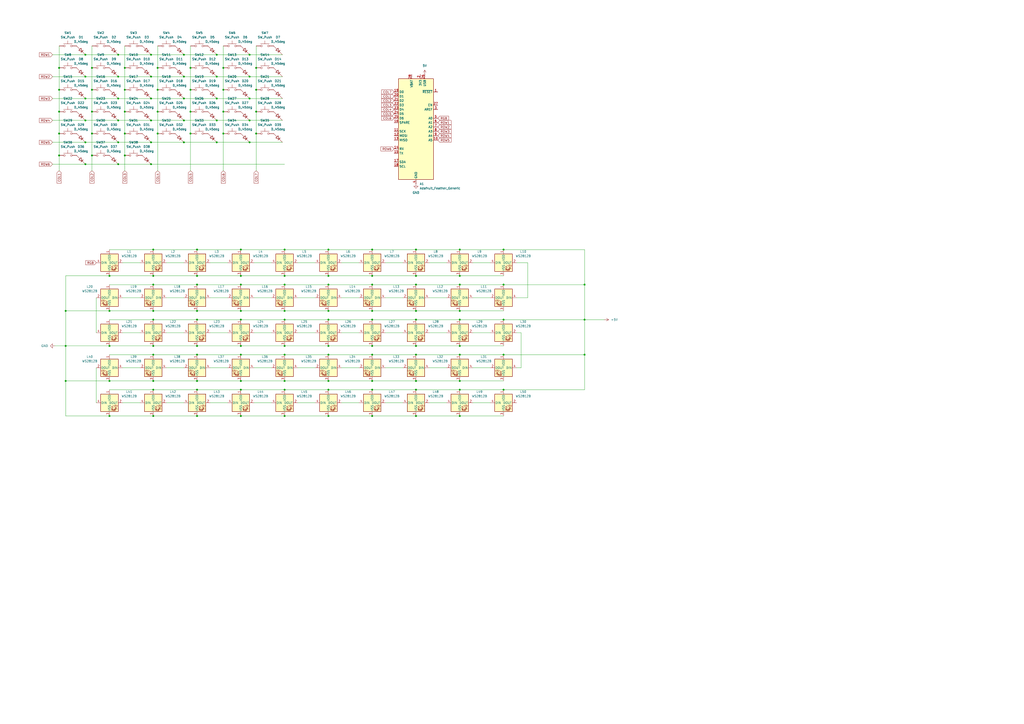
<source format=kicad_sch>
(kicad_sch (version 20250114) (generator "eeschema") (generator_version "9.0")
  (paper "A2")
  (junction (at 49.53 31.75))
  (junction (at 34.29 90.17))
  (junction (at 339.09 185.42))
  (junction (at 72.39 77.47))
  (junction (at 190.5 144.78))
  (junction (at 91.44 39.37))
  (junction (at 165.1 241.3))
  (junction (at 88.9 241.3))
  (junction (at 215.9 220.98))
  (junction (at 106.68 82.55))
  (junction (at 139.7 144.78))
  (junction (at 148.59 64.77))
  (junction (at 49.53 69.85))
  (junction (at 38.1 200.66))
  (junction (at 266.7 144.78))
  (junction (at 241.3 144.78))
  (junction (at 88.9 220.98))
  (junction (at 63.5 241.3))
  (junction (at 88.9 160.02))
  (junction (at 49.53 95.25))
  (junction (at 215.9 160.02))
  (junction (at 215.9 180.34))
  (junction (at 68.58 31.75))
  (junction (at 110.49 52.07))
  (junction (at 144.78 31.75))
  (junction (at 106.68 44.45))
  (junction (at 165.1 165.1))
  (junction (at 129.54 64.77))
  (junction (at 114.3 160.02))
  (junction (at 148.59 77.47))
  (junction (at 114.3 205.74))
  (junction (at 106.68 69.85))
  (junction (at 63.5 220.98))
  (junction (at 241.3 160.02))
  (junction (at 292.1 205.74))
  (junction (at 38.1 220.98))
  (junction (at 190.5 205.74))
  (junction (at 125.73 69.85))
  (junction (at 34.29 52.07))
  (junction (at 241.3 165.1))
  (junction (at 144.78 82.55))
  (junction (at 68.58 44.45))
  (junction (at 129.54 39.37))
  (junction (at 266.7 205.74))
  (junction (at 190.5 185.42))
  (junction (at 125.73 31.75))
  (junction (at 34.29 39.37))
  (junction (at 165.1 185.42))
  (junction (at 63.5 160.02))
  (junction (at 215.9 241.3))
  (junction (at 165.1 144.78))
  (junction (at 139.7 220.98))
  (junction (at 72.39 52.07))
  (junction (at 68.58 69.85))
  (junction (at 165.1 160.02))
  (junction (at 110.49 77.47))
  (junction (at 215.9 165.1))
  (junction (at 88.9 226.06))
  (junction (at 144.78 69.85))
  (junction (at 241.3 220.98))
  (junction (at 114.3 241.3))
  (junction (at 49.53 57.15))
  (junction (at 53.34 77.47))
  (junction (at 241.3 185.42))
  (junction (at 53.34 90.17))
  (junction (at 72.39 39.37))
  (junction (at 91.44 52.07))
  (junction (at 125.73 82.55))
  (junction (at 215.9 200.66))
  (junction (at 292.1 185.42))
  (junction (at 165.1 226.06))
  (junction (at 190.5 165.1))
  (junction (at 139.7 226.06))
  (junction (at 339.09 205.74))
  (junction (at 139.7 200.66))
  (junction (at 339.09 165.1))
  (junction (at 87.63 44.45))
  (junction (at 34.29 77.47))
  (junction (at 110.49 39.37))
  (junction (at 266.7 220.98))
  (junction (at 63.5 200.66))
  (junction (at 114.3 144.78))
  (junction (at 114.3 200.66))
  (junction (at 190.5 220.98))
  (junction (at 114.3 165.1))
  (junction (at 266.7 200.66))
  (junction (at 87.63 82.55))
  (junction (at 266.7 180.34))
  (junction (at 68.58 82.55))
  (junction (at 148.59 52.07))
  (junction (at 165.1 205.74))
  (junction (at 241.3 200.66))
  (junction (at 88.9 200.66))
  (junction (at 190.5 200.66))
  (junction (at 87.63 57.15))
  (junction (at 266.7 185.42))
  (junction (at 88.9 144.78))
  (junction (at 292.1 144.78))
  (junction (at 165.1 180.34))
  (junction (at 88.9 185.42))
  (junction (at 88.9 180.34))
  (junction (at 139.7 185.42))
  (junction (at 292.1 226.06))
  (junction (at 53.34 52.07))
  (junction (at 139.7 205.74))
  (junction (at 139.7 165.1))
  (junction (at 165.1 200.66))
  (junction (at 241.3 205.74))
  (junction (at 88.9 205.74))
  (junction (at 190.5 180.34))
  (junction (at 241.3 226.06))
  (junction (at 266.7 160.02))
  (junction (at 49.53 44.45))
  (junction (at 87.63 31.75))
  (junction (at 125.73 44.45))
  (junction (at 87.63 95.25))
  (junction (at 88.9 165.1))
  (junction (at 144.78 57.15))
  (junction (at 292.1 165.1))
  (junction (at 38.1 180.34))
  (junction (at 266.7 226.06))
  (junction (at 68.58 95.25))
  (junction (at 139.7 241.3))
  (junction (at 106.68 57.15))
  (junction (at 144.78 44.45))
  (junction (at 215.9 185.42))
  (junction (at 266.7 165.1))
  (junction (at 53.34 64.77))
  (junction (at 139.7 180.34))
  (junction (at 125.73 57.15))
  (junction (at 114.3 226.06))
  (junction (at 190.5 241.3))
  (junction (at 49.53 82.55))
  (junction (at 68.58 57.15))
  (junction (at 266.7 241.3))
  (junction (at 190.5 160.02))
  (junction (at 215.9 205.74))
  (junction (at 165.1 220.98))
  (junction (at 53.34 39.37))
  (junction (at 87.63 69.85))
  (junction (at 91.44 77.47))
  (junction (at 91.44 64.77))
  (junction (at 241.3 241.3))
  (junction (at 215.9 144.78))
  (junction (at 215.9 226.06))
  (junction (at 148.59 39.37))
  (junction (at 34.29 64.77))
  (junction (at 114.3 220.98))
  (junction (at 129.54 77.47))
  (junction (at 72.39 64.77))
  (junction (at 106.68 31.75))
  (junction (at 114.3 180.34))
  (junction (at 139.7 160.02))
  (junction (at 114.3 185.42))
  (junction (at 241.3 180.34))
  (junction (at 129.54 52.07))
  (junction (at 110.49 64.77))
  (junction (at 190.5 226.06))
  (junction (at 63.5 180.34))
  (junction (at 72.39 90.17))
  (wire (pts (xy 292.1 200.66) (xy 266.7 200.66)))
  (wire (pts (xy 88.9 205.74) (xy 114.3 205.74)))
  (wire (pts (xy 53.34 39.37) (xy 53.34 52.07)))
  (wire (pts (xy 241.3 241.3) (xy 266.7 241.3)))
  (wire (pts (xy 110.49 77.47) (xy 110.49 99.06)))
  (wire (pts (xy 72.39 52.07) (xy 72.39 64.77)))
  (wire (pts (xy 106.68 44.45) (xy 125.73 44.45)))
  (wire (pts (xy 49.53 95.25) (xy 68.58 95.25)))
  (wire (pts (xy 34.29 90.17) (xy 34.29 99.06)))
  (wire (pts (xy 215.9 185.42) (xy 241.3 185.42)))
  (wire (pts (xy 215.9 241.3) (xy 241.3 241.3)))
  (wire (pts (xy 71.12 193.04) (xy 81.28 193.04)))
  (wire (pts (xy 147.32 172.72) (xy 157.48 172.72)))
  (wire (pts (xy 53.34 26.67) (xy 53.34 39.37)))
  (wire (pts (xy 87.63 57.15) (xy 106.68 57.15)))
  (wire (pts (xy 88.9 241.3) (xy 114.3 241.3)))
  (wire (pts (xy 165.1 226.06) (xy 190.5 226.06)))
  (wire (pts (xy 292.1 205.74) (xy 339.09 205.74)))
  (wire (pts (xy 55.88 213.36) (xy 55.88 233.68)))
  (wire (pts (xy 266.7 226.06) (xy 292.1 226.06)))
  (wire (pts (xy 190.5 185.42) (xy 215.9 185.42)))
  (wire (pts (xy 248.92 193.04) (xy 259.08 193.04)))
  (wire (pts (xy 292.1 165.1) (xy 339.09 165.1)))
  (wire (pts (xy 223.52 233.68) (xy 233.68 233.68)))
  (wire (pts (xy 30.48 95.25) (xy 49.53 95.25)))
  (wire (pts (xy 241.3 185.42) (xy 266.7 185.42)))
  (wire (pts (xy 110.49 64.77) (xy 110.49 77.47)))
  (wire (pts (xy 172.72 152.4) (xy 182.88 152.4)))
  (wire (pts (xy 241.3 220.98) (xy 215.9 220.98)))
  (wire (pts (xy 139.7 226.06) (xy 165.1 226.06)))
  (wire (pts (xy 148.59 52.07) (xy 148.59 64.77)))
  (wire (pts (xy 147.32 193.04) (xy 157.48 193.04)))
  (wire (pts (xy 114.3 180.34) (xy 139.7 180.34)))
  (wire (pts (xy 148.59 64.77) (xy 148.59 77.47)))
  (wire (pts (xy 274.32 233.68) (xy 284.48 233.68)))
  (wire (pts (xy 68.58 57.15) (xy 87.63 57.15)))
  (wire (pts (xy 198.12 233.68) (xy 208.28 233.68)))
  (wire (pts (xy 106.68 69.85) (xy 125.73 69.85)))
  (wire (pts (xy 63.5 185.42) (xy 88.9 185.42)))
  (wire (pts (xy 241.3 144.78) (xy 266.7 144.78)))
  (wire (pts (xy 34.29 64.77) (xy 34.29 77.47)))
  (wire (pts (xy 125.73 82.55) (xy 144.78 82.55)))
  (wire (pts (xy 266.7 241.3) (xy 292.1 241.3)))
  (wire (pts (xy 129.54 52.07) (xy 129.54 64.77)))
  (wire (pts (xy 114.3 185.42) (xy 139.7 185.42)))
  (wire (pts (xy 30.48 57.15) (xy 49.53 57.15)))
  (wire (pts (xy 215.9 220.98) (xy 190.5 220.98)))
  (wire (pts (xy 215.9 226.06) (xy 241.3 226.06)))
  (wire (pts (xy 110.49 39.37) (xy 110.49 52.07)))
  (wire (pts (xy 63.5 220.98) (xy 38.1 220.98)))
  (wire (pts (xy 53.34 52.07) (xy 53.34 64.77)))
  (wire (pts (xy 38.1 180.34) (xy 63.5 180.34)))
  (wire (pts (xy 139.7 185.42) (xy 165.1 185.42)))
  (wire (pts (xy 30.48 31.75) (xy 49.53 31.75)))
  (wire (pts (xy 129.54 64.77) (xy 129.54 77.47)))
  (wire (pts (xy 215.9 200.66) (xy 190.5 200.66)))
  (wire (pts (xy 274.32 193.04) (xy 284.48 193.04)))
  (wire (pts (xy 72.39 39.37) (xy 72.39 52.07)))
  (wire (pts (xy 306.07 152.4) (xy 306.07 172.72)))
  (wire (pts (xy 292.1 185.42) (xy 339.09 185.42)))
  (wire (pts (xy 49.53 57.15) (xy 68.58 57.15)))
  (wire (pts (xy 87.63 69.85) (xy 106.68 69.85)))
  (wire (pts (xy 38.1 180.34) (xy 38.1 200.66)))
  (wire (pts (xy 91.44 39.37) (xy 91.44 52.07)))
  (wire (pts (xy 139.7 144.78) (xy 165.1 144.78)))
  (wire (pts (xy 63.5 200.66) (xy 38.1 200.66)))
  (wire (pts (xy 144.78 82.55) (xy 163.83 82.55)))
  (wire (pts (xy 88.9 165.1) (xy 114.3 165.1)))
  (wire (pts (xy 241.3 165.1) (xy 266.7 165.1)))
  (wire (pts (xy 96.52 233.68) (xy 106.68 233.68)))
  (wire (pts (xy 121.92 152.4) (xy 132.08 152.4)))
  (wire (pts (xy 72.39 77.47) (xy 72.39 90.17)))
  (wire (pts (xy 144.78 31.75) (xy 163.83 31.75)))
  (wire (pts (xy 88.9 160.02) (xy 63.5 160.02)))
  (wire (pts (xy 266.7 165.1) (xy 292.1 165.1)))
  (wire (pts (xy 88.9 180.34) (xy 114.3 180.34)))
  (wire (pts (xy 165.1 241.3) (xy 190.5 241.3)))
  (wire (pts (xy 266.7 144.78) (xy 292.1 144.78)))
  (wire (pts (xy 165.1 165.1) (xy 190.5 165.1)))
  (wire (pts (xy 266.7 180.34) (xy 292.1 180.34)))
  (wire (pts (xy 198.12 172.72) (xy 208.28 172.72)))
  (wire (pts (xy 165.1 180.34) (xy 190.5 180.34)))
  (wire (pts (xy 53.34 77.47) (xy 53.34 90.17)))
  (wire (pts (xy 38.1 220.98) (xy 38.1 241.3)))
  (wire (pts (xy 172.72 233.68) (xy 182.88 233.68)))
  (wire (pts (xy 106.68 31.75) (xy 125.73 31.75)))
  (wire (pts (xy 148.59 26.67) (xy 148.59 39.37)))
  (wire (pts (xy 88.9 226.06) (xy 114.3 226.06)))
  (wire (pts (xy 198.12 213.36) (xy 208.28 213.36)))
  (wire (pts (xy 68.58 44.45) (xy 87.63 44.45)))
  (wire (pts (xy 139.7 241.3) (xy 165.1 241.3)))
  (wire (pts (xy 274.32 172.72) (xy 284.48 172.72)))
  (wire (pts (xy 299.72 193.04) (xy 302.26 193.04)))
  (wire (pts (xy 139.7 180.34) (xy 165.1 180.34)))
  (wire (pts (xy 91.44 77.47) (xy 91.44 99.06)))
  (wire (pts (xy 106.68 57.15) (xy 125.73 57.15)))
  (wire (pts (xy 292.1 144.78) (xy 339.09 144.78)))
  (wire (pts (xy 215.9 144.78) (xy 241.3 144.78)))
  (wire (pts (xy 114.3 226.06) (xy 139.7 226.06)))
  (wire (pts (xy 63.5 205.74) (xy 88.9 205.74)))
  (wire (pts (xy 49.53 31.75) (xy 68.58 31.75)))
  (wire (pts (xy 63.5 226.06) (xy 88.9 226.06)))
  (wire (pts (xy 114.3 205.74) (xy 139.7 205.74)))
  (wire (pts (xy 139.7 205.74) (xy 165.1 205.74)))
  (wire (pts (xy 125.73 69.85) (xy 144.78 69.85)))
  (wire (pts (xy 71.12 233.68) (xy 81.28 233.68)))
  (wire (pts (xy 129.54 39.37) (xy 129.54 52.07)))
  (wire (pts (xy 190.5 220.98) (xy 165.1 220.98)))
  (wire (pts (xy 53.34 90.17) (xy 53.34 99.06)))
  (wire (pts (xy 266.7 160.02) (xy 241.3 160.02)))
  (wire (pts (xy 165.1 144.78) (xy 190.5 144.78)))
  (wire (pts (xy 339.09 185.42) (xy 350.52 185.42)))
  (wire (pts (xy 266.7 220.98) (xy 241.3 220.98)))
  (wire (pts (xy 241.3 205.74) (xy 266.7 205.74)))
  (wire (pts (xy 114.3 144.78) (xy 139.7 144.78)))
  (wire (pts (xy 72.39 64.77) (xy 72.39 77.47)))
  (wire (pts (xy 91.44 52.07) (xy 91.44 64.77)))
  (wire (pts (xy 190.5 180.34) (xy 215.9 180.34)))
  (wire (pts (xy 68.58 31.75) (xy 87.63 31.75)))
  (wire (pts (xy 266.7 185.42) (xy 292.1 185.42)))
  (wire (pts (xy 215.9 180.34) (xy 241.3 180.34)))
  (wire (pts (xy 68.58 69.85) (xy 87.63 69.85)))
  (wire (pts (xy 38.1 241.3) (xy 63.5 241.3)))
  (wire (pts (xy 49.53 44.45) (xy 68.58 44.45)))
  (wire (pts (xy 165.1 200.66) (xy 139.7 200.66)))
  (wire (pts (xy 110.49 26.67) (xy 110.49 39.37)))
  (wire (pts (xy 292.1 226.06) (xy 339.09 226.06)))
  (wire (pts (xy 215.9 160.02) (xy 190.5 160.02)))
  (wire (pts (xy 63.5 144.78) (xy 88.9 144.78)))
  (wire (pts (xy 91.44 26.67) (xy 91.44 39.37)))
  (wire (pts (xy 106.68 82.55) (xy 125.73 82.55)))
  (wire (pts (xy 165.1 160.02) (xy 139.7 160.02)))
  (wire (pts (xy 63.5 160.02) (xy 38.1 160.02)))
  (wire (pts (xy 38.1 160.02) (xy 38.1 180.34)))
  (wire (pts (xy 190.5 144.78) (xy 215.9 144.78)))
  (wire (pts (xy 302.26 193.04) (xy 302.26 213.36)))
  (wire (pts (xy 139.7 160.02) (xy 114.3 160.02)))
  (wire (pts (xy 30.48 69.85) (xy 49.53 69.85)))
  (wire (pts (xy 88.9 185.42) (xy 114.3 185.42)))
  (wire (pts (xy 34.29 26.67) (xy 34.29 39.37)))
  (wire (pts (xy 87.63 82.55) (xy 106.68 82.55)))
  (wire (pts (xy 96.52 172.72) (xy 106.68 172.72)))
  (wire (pts (xy 114.3 165.1) (xy 139.7 165.1)))
  (wire (pts (xy 121.92 213.36) (xy 132.08 213.36)))
  (wire (pts (xy 223.52 152.4) (xy 233.68 152.4)))
  (wire (pts (xy 88.9 220.98) (xy 63.5 220.98)))
  (wire (pts (xy 248.92 172.72) (xy 259.08 172.72)))
  (wire (pts (xy 165.1 205.74) (xy 190.5 205.74)))
  (wire (pts (xy 198.12 193.04) (xy 208.28 193.04)))
  (wire (pts (xy 339.09 185.42) (xy 339.09 205.74)))
  (wire (pts (xy 34.29 77.47) (xy 34.29 90.17)))
  (wire (pts (xy 147.32 152.4) (xy 157.48 152.4)))
  (wire (pts (xy 148.59 39.37) (xy 148.59 52.07)))
  (wire (pts (xy 129.54 26.67) (xy 129.54 39.37)))
  (wire (pts (xy 30.48 82.55) (xy 49.53 82.55)))
  (wire (pts (xy 190.5 160.02) (xy 165.1 160.02)))
  (wire (pts (xy 274.32 213.36) (xy 284.48 213.36)))
  (wire (pts (xy 165.1 185.42) (xy 190.5 185.42)))
  (wire (pts (xy 248.92 213.36) (xy 259.08 213.36)))
  (wire (pts (xy 339.09 165.1) (xy 339.09 185.42)))
  (wire (pts (xy 121.92 233.68) (xy 132.08 233.68)))
  (wire (pts (xy 34.29 39.37) (xy 34.29 52.07)))
  (wire (pts (xy 190.5 241.3) (xy 215.9 241.3)))
  (wire (pts (xy 190.5 226.06) (xy 215.9 226.06)))
  (wire (pts (xy 241.3 160.02) (xy 215.9 160.02)))
  (wire (pts (xy 34.29 52.07) (xy 34.29 64.77)))
  (wire (pts (xy 68.58 95.25) (xy 87.63 95.25)))
  (wire (pts (xy 241.3 180.34) (xy 266.7 180.34)))
  (wire (pts (xy 91.44 64.77) (xy 91.44 77.47)))
  (wire (pts (xy 223.52 213.36) (xy 233.68 213.36)))
  (wire (pts (xy 299.72 172.72) (xy 306.07 172.72)))
  (wire (pts (xy 63.5 165.1) (xy 88.9 165.1)))
  (wire (pts (xy 88.9 200.66) (xy 63.5 200.66)))
  (wire (pts (xy 31.75 200.66) (xy 38.1 200.66)))
  (wire (pts (xy 63.5 241.3) (xy 88.9 241.3)))
  (wire (pts (xy 223.52 172.72) (xy 233.68 172.72)))
  (wire (pts (xy 125.73 57.15) (xy 144.78 57.15)))
  (wire (pts (xy 274.32 152.4) (xy 284.48 152.4)))
  (wire (pts (xy 215.9 165.1) (xy 241.3 165.1)))
  (wire (pts (xy 147.32 213.36) (xy 157.48 213.36)))
  (wire (pts (xy 49.53 69.85) (xy 68.58 69.85)))
  (wire (pts (xy 299.72 152.4) (xy 306.07 152.4)))
  (wire (pts (xy 96.52 213.36) (xy 106.68 213.36)))
  (wire (pts (xy 88.9 144.78) (xy 114.3 144.78)))
  (wire (pts (xy 114.3 200.66) (xy 88.9 200.66)))
  (wire (pts (xy 302.26 213.36) (xy 299.72 213.36)))
  (wire (pts (xy 125.73 31.75) (xy 144.78 31.75)))
  (wire (pts (xy 96.52 193.04) (xy 106.68 193.04)))
  (wire (pts (xy 223.52 193.04) (xy 233.68 193.04)))
  (wire (pts (xy 96.52 152.4) (xy 106.68 152.4)))
  (wire (pts (xy 198.12 152.4) (xy 208.28 152.4)))
  (wire (pts (xy 215.9 205.74) (xy 241.3 205.74)))
  (wire (pts (xy 71.12 152.4) (xy 81.28 152.4)))
  (wire (pts (xy 241.3 200.66) (xy 215.9 200.66)))
  (wire (pts (xy 121.92 172.72) (xy 132.08 172.72)))
  (wire (pts (xy 72.39 26.67) (xy 72.39 39.37)))
  (wire (pts (xy 190.5 205.74) (xy 215.9 205.74)))
  (wire (pts (xy 49.53 82.55) (xy 68.58 82.55)))
  (wire (pts (xy 53.34 64.77) (xy 53.34 77.47)))
  (wire (pts (xy 87.63 95.25) (xy 165.1 95.25)))
  (wire (pts (xy 38.1 200.66) (xy 38.1 220.98)))
  (wire (pts (xy 241.3 226.06) (xy 266.7 226.06)))
  (wire (pts (xy 71.12 172.72) (xy 81.28 172.72)))
  (wire (pts (xy 139.7 220.98) (xy 114.3 220.98)))
  (wire (pts (xy 172.72 172.72) (xy 182.88 172.72)))
  (wire (pts (xy 30.48 44.45) (xy 49.53 44.45)))
  (wire (pts (xy 110.49 52.07) (xy 110.49 64.77)))
  (wire (pts (xy 139.7 165.1) (xy 165.1 165.1)))
  (wire (pts (xy 129.54 77.47) (xy 129.54 99.06)))
  (wire (pts (xy 190.5 165.1) (xy 215.9 165.1)))
  (wire (pts (xy 121.92 193.04) (xy 132.08 193.04)))
  (wire (pts (xy 139.7 200.66) (xy 114.3 200.66)))
  (wire (pts (xy 172.72 213.36) (xy 182.88 213.36)))
  (wire (pts (xy 87.63 31.75) (xy 106.68 31.75)))
  (wire (pts (xy 63.5 180.34) (xy 88.9 180.34)))
  (wire (pts (xy 125.73 44.45) (xy 144.78 44.45)))
  (wire (pts (xy 144.78 44.45) (xy 163.83 44.45)))
  (wire (pts (xy 292.1 220.98) (xy 266.7 220.98)))
  (wire (pts (xy 71.12 213.36) (xy 81.28 213.36)))
  (wire (pts (xy 248.92 152.4) (xy 259.08 152.4)))
  (wire (pts (xy 147.32 233.68) (xy 157.48 233.68)))
  (wire (pts (xy 148.59 77.47) (xy 148.59 99.06)))
  (wire (pts (xy 266.7 205.74) (xy 292.1 205.74)))
  (wire (pts (xy 55.88 172.72) (xy 55.88 193.04)))
  (wire (pts (xy 114.3 160.02) (xy 88.9 160.02)))
  (wire (pts (xy 339.09 144.78) (xy 339.09 165.1)))
  (wire (pts (xy 248.92 233.68) (xy 259.08 233.68)))
  (wire (pts (xy 292.1 160.02) (xy 266.7 160.02)))
  (wire (pts (xy 68.58 82.55) (xy 87.63 82.55)))
  (wire (pts (xy 72.39 90.17) (xy 72.39 99.06)))
  (wire (pts (xy 144.78 69.85) (xy 163.83 69.85)))
  (wire (pts (xy 87.63 44.45) (xy 106.68 44.45)))
  (wire (pts (xy 190.5 200.66) (xy 165.1 200.66)))
  (wire (pts (xy 339.09 205.74) (xy 339.09 226.06)))
  (wire (pts (xy 144.78 57.15) (xy 163.83 57.15)))
  (wire (pts (xy 114.3 220.98) (xy 88.9 220.98)))
  (wire (pts (xy 114.3 241.3) (xy 139.7 241.3)))
  (wire (pts (xy 172.72 193.04) (xy 182.88 193.04)))
  (wire (pts (xy 266.7 200.66) (xy 241.3 200.66)))
  (wire (pts (xy 165.1 220.98) (xy 139.7 220.98)))
  (global_label "COL1" (shape input) (at 228.6 55.88 180) (property "Intersheetrefs" "${INTERSHEET_REFS}" (effects (hide yes))))
  (global_label "ROW3" (shape input) (at 254 76.2 0) (property "Intersheetrefs" "${INTERSHEET_REFS}" (effects (hide yes))))
  (global_label "ROW1" (shape input) (at 30.48 31.75 180) (property "Intersheetrefs" "${INTERSHEET_REFS}" (effects (hide yes))))
  (global_label "COL3" (shape input) (at 228.6 60.96 180) (property "Intersheetrefs" "${INTERSHEET_REFS}" (effects (hide yes))))
  (global_label "COL4" (shape input) (at 91.44 99.06 270) (property "Intersheetrefs" "${INTERSHEET_REFS}" (effects (hide yes))))
  (global_label "ROW6" (shape input) (at 228.6 86.36 180) (property "Intersheetrefs" "${INTERSHEET_REFS}" (effects (hide yes))))
  (global_label "ROW2" (shape input) (at 30.48 44.45 180) (property "Intersheetrefs" "${INTERSHEET_REFS}" (effects (hide yes))))
  (global_label "COL5" (shape input) (at 110.49 99.06 270) (property "Intersheetrefs" "${INTERSHEET_REFS}" (effects (hide yes))))
  (global_label "ROW4" (shape input) (at 254 78.74 0) (property "Intersheetrefs" "${INTERSHEET_REFS}" (effects (hide yes))))
  (global_label "RGB" (shape input) (at 254 68.58 0) (property "Intersheetrefs" "${INTERSHEET_REFS}" (effects (hide yes))))
  (global_label "COL6" (shape input) (at 228.6 68.58 180) (property "Intersheetrefs" "${INTERSHEET_REFS}" (effects (hide yes))))
  (global_label "ROW4" (shape input) (at 30.48 69.85 180) (property "Intersheetrefs" "${INTERSHEET_REFS}" (effects (hide yes))))
  (global_label "ROW5" (shape input) (at 30.48 82.55 180) (property "Intersheetrefs" "${INTERSHEET_REFS}" (effects (hide yes))))
  (global_label "ROW5" (shape input) (at 254 81.28 0) (property "Intersheetrefs" "${INTERSHEET_REFS}" (effects (hide yes))))
  (global_label "ROW6" (shape input) (at 30.48 95.25 180) (property "Intersheetrefs" "${INTERSHEET_REFS}" (effects (hide yes))))
  (global_label "ROW3" (shape input) (at 30.48 57.15 180) (property "Intersheetrefs" "${INTERSHEET_REFS}" (effects (hide yes))))
  (global_label "COL7" (shape input) (at 228.6 53.34 180) (property "Intersheetrefs" "${INTERSHEET_REFS}" (effects (hide yes))))
  (global_label "COL2" (shape input) (at 53.34 99.06 270) (property "Intersheetrefs" "${INTERSHEET_REFS}" (effects (hide yes))))
  (global_label "ROW1" (shape input) (at 254 71.12 0) (property "Intersheetrefs" "${INTERSHEET_REFS}" (effects (hide yes))))
  (global_label "ROW2" (shape input) (at 254 73.66 0) (property "Intersheetrefs" "${INTERSHEET_REFS}" (effects (hide yes))))
  (global_label "COL4" (shape input) (at 228.6 63.5 180) (property "Intersheetrefs" "${INTERSHEET_REFS}" (effects (hide yes))))
  (global_label "COL7" (shape input) (at 148.59 99.06 270) (property "Intersheetrefs" "${INTERSHEET_REFS}" (effects (hide yes))))
  (global_label "COL6" (shape input) (at 129.54 99.06 270) (property "Intersheetrefs" "${INTERSHEET_REFS}" (effects (hide yes))))
  (global_label "COL1" (shape input) (at 34.29 99.06 270) (property "Intersheetrefs" "${INTERSHEET_REFS}" (effects (hide yes))))
  (global_label "COL2" (shape input) (at 228.6 58.42 180) (property "Intersheetrefs" "${INTERSHEET_REFS}" (effects (hide yes))))
  (global_label "COL5" (shape input) (at 228.6 66.04 180) (property "Intersheetrefs" "${INTERSHEET_REFS}" (effects (hide yes))))
  (global_label "RGB" (shape input) (at 55.88 152.4 180) (property "Intersheetrefs" "${INTERSHEET_REFS}" (effects (hide yes))))
  (global_label "COL3" (shape input) (at 72.39 99.06 270) (property "Intersheetrefs" "${INTERSHEET_REFS}" (effects (hide yes))))
  (symbol (lib_id "Device:D_45deg") (at 66.04 92.71 0) (unit 1)
    (property "Reference" "D37" (at 66.04 85.09 0))
    (property "Value" "D_45deg" (at 66.04 87.63 0))
    (property "Footprint" "diode1n4148:DO35-7" (effects (hide yes)))
    (property "Description" "Diode, rotated by 45°" (effects (hide yes)))
    (property "Sim.Device" "D" (effects (hide yes)))
    (property "Sim.Pins" "1=K 2=A" (effects (hide yes)))
  )
  (symbol (lib_id "Switch:SW_Push") (at 115.57 26.67 0) (unit 1)
    (property "Reference" "SW5" (at 115.57 19.05 0))
    (property "Value" "SW_Push" (at 115.57 21.59 0))
    (property "Footprint" "Switch_Keyboard_Hotswap_Kailh:SW_Hotswap_Kailh_MX_1.00u" (effects (hide yes)))
    (property "Description" "Push button switch, generic, two pins" (effects (hide yes)))
  )
  (symbol (lib_id "LED:WS2812B") (at 190.5 172.72 0) (mirror y) (unit 1)
    (property "Reference" "L15" (at 179.07 166.2998 0))
    (property "Value" "WS2812B" (at 179.07 168.8398 0))
    (property "Footprint" "syssy:BAcklight" (effects (hide yes)))
    (property "Datasheet" "https://cdn-shop.adafruit.com/datasheets/WS2812B.pdf" (effects (hide yes)))
    (property "Description" "RGB LED with integrated controller" (effects (hide yes)))
  )
  (symbol (lib_id "LED:WS2812B") (at 241.3 193.04 0) (unit 1)
    (property "Reference" "L28" (at 252.73 186.6198 0))
    (property "Value" "WS2812B" (at 252.73 189.1598 0))
    (property "Footprint" "syssy:BAcklight" (effects (hide yes)))
    (property "Datasheet" "https://cdn-shop.adafruit.com/datasheets/WS2812B.pdf" (effects (hide yes)))
    (property "Description" "RGB LED with integrated controller" (effects (hide yes)))
  )
  (symbol (lib_id "Switch:SW_Push") (at 153.67 64.77 0) (unit 1)
    (property "Reference" "SW28" (at 153.67 57.15 0))
    (property "Value" "SW_Push" (at 153.67 59.69 0))
    (property "Footprint" "Switch_Keyboard_Hotswap_Kailh:SW_Hotswap_Kailh_MX_1.50u" (effects (hide yes)))
    (property "Description" "Push button switch, generic, two pins" (effects (hide yes)))
  )
  (symbol (lib_id "power:+5V") (at 350.52 185.42 270) (unit 1)
    (property "Reference" "#PWR03" (effects (hide yes)))
    (property "Value" "+5V" (at 354.33 185.4199 90) (effects (justify left)))
    (property "Description" "Power symbol creates a global label with name \"+5V\"" (effects (hide yes)))
  )
  (symbol (lib_id "Device:D_45deg") (at 66.04 80.01 0) (unit 1)
    (property "Reference" "D30" (at 66.04 72.39 0))
    (property "Value" "D_45deg" (at 66.04 74.93 0))
    (property "Footprint" "diode1n4148:DO35-7" (effects (hide yes)))
    (property "Description" "Diode, rotated by 45°" (effects (hide yes)))
    (property "Sim.Device" "D" (effects (hide yes)))
    (property "Sim.Pins" "1=K 2=A" (effects (hide yes)))
  )
  (symbol (lib_id "Switch:SW_Push") (at 58.42 77.47 0) (unit 1)
    (property "Reference" "SW30" (at 58.42 69.85 0))
    (property "Value" "SW_Push" (at 58.42 72.39 0))
    (property "Footprint" "Switch_Keyboard_Hotswap_Kailh:SW_Hotswap_Kailh_MX_1.00u" (effects (hide yes)))
    (property "Description" "Push button switch, generic, two pins" (effects (hide yes)))
  )
  (symbol (lib_id "Device:D_45deg") (at 66.04 54.61 0) (unit 1)
    (property "Reference" "D16" (at 66.04 46.99 0))
    (property "Value" "D_45deg" (at 66.04 49.53 0))
    (property "Footprint" "diode1n4148:DO35-7" (effects (hide yes)))
    (property "Description" "Diode, rotated by 45°" (effects (hide yes)))
    (property "Sim.Device" "D" (effects (hide yes)))
    (property "Sim.Pins" "1=K 2=A" (effects (hide yes)))
  )
  (symbol (lib_id "power:GND") (at 31.75 200.66 270) (unit 1)
    (property "Reference" "#PWR04" (effects (hide yes)))
    (property "Value" "GND" (at 27.94 200.6599 90) (effects (justify right)))
    (property "Description" "Power symbol creates a global label with name \"GND\" , ground" (effects (hide yes)))
  )
  (symbol (lib_id "power:GND") (at 241.3 106.68 0) (unit 1)
    (property "Reference" "#PWR02" (effects (hide yes)))
    (property "Value" "GND" (at 241.3 111.76 0))
    (property "Description" "Power symbol creates a global label with name \"GND\" , ground" (effects (hide yes)))
  )
  (symbol (lib_id "Switch:SW_Push") (at 96.52 39.37 0) (unit 1)
    (property "Reference" "SW11" (at 96.52 31.75 0))
    (property "Value" "SW_Push" (at 96.52 34.29 0))
    (property "Footprint" "Switch_Keyboard_Hotswap_Kailh:SW_Hotswap_Kailh_MX_1.00u" (effects (hide yes)))
    (property "Description" "Push button switch, generic, two pins" (effects (hide yes)))
  )
  (symbol (lib_id "Device:D_45deg") (at 85.09 54.61 0) (unit 1)
    (property "Reference" "D17" (at 85.09 46.99 0))
    (property "Value" "D_45deg" (at 85.09 49.53 0))
    (property "Footprint" "diode1n4148:DO35-7" (effects (hide yes)))
    (property "Description" "Diode, rotated by 45°" (effects (hide yes)))
    (property "Sim.Device" "D" (effects (hide yes)))
    (property "Sim.Pins" "1=K 2=A" (effects (hide yes)))
  )
  (symbol (lib_id "LED:WS2812B") (at 241.3 233.68 0) (unit 1)
    (property "Reference" "L48" (at 252.73 227.2598 0))
    (property "Value" "WS2812B" (at 252.73 229.7998 0))
    (property "Footprint" "syssy:BAcklight" (effects (hide yes)))
    (property "Datasheet" "https://cdn-shop.adafruit.com/datasheets/WS2812B.pdf" (effects (hide yes)))
    (property "Description" "RGB LED with integrated controller" (effects (hide yes)))
  )
  (symbol (lib_id "LED:WS2812B") (at 63.5 213.36 0) (mirror y) (unit 1)
    (property "Reference" "L40" (at 52.07 206.9398 0))
    (property "Value" "WS2812B" (at 52.07 209.4798 0))
    (property "Footprint" "syssy:BAcklight" (effects (hide yes)))
    (property "Datasheet" "https://cdn-shop.adafruit.com/datasheets/WS2812B.pdf" (effects (hide yes)))
    (property "Description" "RGB LED with integrated controller" (effects (hide yes)))
  )
  (symbol (lib_id "LED:WS2812B") (at 63.5 193.04 0) (unit 1)
    (property "Reference" "L21" (at 74.93 186.6198 0))
    (property "Value" "WS2812B" (at 74.93 189.1598 0))
    (property "Footprint" "syssy:BAcklight" (effects (hide yes)))
    (property "Datasheet" "https://cdn-shop.adafruit.com/datasheets/WS2812B.pdf" (effects (hide yes)))
    (property "Description" "RGB LED with integrated controller" (effects (hide yes)))
  )
  (symbol (lib_id "LED:WS2812B") (at 190.5 193.04 0) (unit 1)
    (property "Reference" "L26" (at 201.93 186.6198 0))
    (property "Value" "WS2812B" (at 201.93 189.1598 0))
    (property "Footprint" "syssy:BAcklight" (effects (hide yes)))
    (property "Datasheet" "https://cdn-shop.adafruit.com/datasheets/WS2812B.pdf" (effects (hide yes)))
    (property "Description" "RGB LED with integrated controller" (effects (hide yes)))
  )
  (symbol (lib_id "LED:WS2812B") (at 139.7 213.36 0) (mirror y) (unit 1)
    (property "Reference" "L37" (at 128.27 206.9398 0))
    (property "Value" "WS2812B" (at 128.27 209.4798 0))
    (property "Footprint" "syssy:BAcklight" (effects (hide yes)))
    (property "Datasheet" "https://cdn-shop.adafruit.com/datasheets/WS2812B.pdf" (effects (hide yes)))
    (property "Description" "RGB LED with integrated controller" (effects (hide yes)))
  )
  (symbol (lib_id "LED:WS2812B") (at 266.7 213.36 0) (mirror y) (unit 1)
    (property "Reference" "L32" (at 255.27 206.9398 0))
    (property "Value" "WS2812B" (at 255.27 209.4798 0))
    (property "Footprint" "syssy:BAcklight" (effects (hide yes)))
    (property "Datasheet" "https://cdn-shop.adafruit.com/datasheets/WS2812B.pdf" (effects (hide yes)))
    (property "Description" "RGB LED with integrated controller" (effects (hide yes)))
  )
  (symbol (lib_id "LED:WS2812B") (at 292.1 193.04 0) (unit 1)
    (property "Reference" "L30" (at 303.53 186.6198 0))
    (property "Value" "WS2812B" (at 303.53 189.1598 0))
    (property "Footprint" "syssy:BAcklight" (effects (hide yes)))
    (property "Datasheet" "https://cdn-shop.adafruit.com/datasheets/WS2812B.pdf" (effects (hide yes)))
    (property "Description" "RGB LED with integrated controller" (effects (hide yes)))
  )
  (symbol (lib_id "Switch:SW_Push") (at 115.57 52.07 0) (unit 1)
    (property "Reference" "SW19" (at 115.57 44.45 0))
    (property "Value" "SW_Push" (at 115.57 46.99 0))
    (property "Footprint" "Switch_Keyboard_Hotswap_Kailh:SW_Hotswap_Kailh_MX_1.00u" (effects (hide yes)))
    (property "Description" "Push button switch, generic, two pins" (effects (hide yes)))
  )
  (symbol (lib_id "LED:WS2812B") (at 292.1 152.4 0) (unit 1)
    (property "Reference" "L10" (at 303.53 145.9798 0))
    (property "Value" "WS2812B" (at 303.53 148.5198 0))
    (property "Footprint" "syssy:BAcklight" (effects (hide yes)))
    (property "Datasheet" "https://cdn-shop.adafruit.com/datasheets/WS2812B.pdf" (effects (hide yes)))
    (property "Description" "RGB LED with integrated controller" (effects (hide yes)))
  )
  (symbol (lib_id "Switch:SW_Push") (at 153.67 26.67 0) (unit 1)
    (property "Reference" "SW7" (at 153.67 19.05 0))
    (property "Value" "SW_Push" (at 153.67 21.59 0))
    (property "Footprint" "Switch_Keyboard_Hotswap_Kailh:SW_Hotswap_Kailh_MX_1.50u" (effects (hide yes)))
    (property "Description" "Push button switch, generic, two pins" (effects (hide yes)))
  )
  (symbol (lib_id "Device:D_45deg") (at 161.29 41.91 0) (unit 1)
    (property "Reference" "D14" (at 161.29 34.29 0))
    (property "Value" "D_45deg" (at 161.29 36.83 0))
    (property "Footprint" "diode1n4148:DO35-7" (effects (hide yes)))
    (property "Description" "Diode, rotated by 45°" (effects (hide yes)))
    (property "Sim.Device" "D" (effects (hide yes)))
    (property "Sim.Pins" "1=K 2=A" (effects (hide yes)))
  )
  (symbol (lib_id "LED:WS2812B") (at 139.7 152.4 0) (unit 1)
    (property "Reference" "L4" (at 151.13 145.9798 0))
    (property "Value" "WS2812B" (at 151.13 148.5198 0))
    (property "Footprint" "syssy:BAcklight" (effects (hide yes)))
    (property "Datasheet" "https://cdn-shop.adafruit.com/datasheets/WS2812B.pdf" (effects (hide yes)))
    (property "Description" "RGB LED with integrated controller" (effects (hide yes)))
  )
  (symbol (lib_id "LED:WS2812B") (at 165.1 233.68 0) (unit 1)
    (property "Reference" "L45" (at 176.53 227.2598 0))
    (property "Value" "WS2812B" (at 176.53 229.7998 0))
    (property "Footprint" "syssy:BAcklight" (effects (hide yes)))
    (property "Datasheet" "https://cdn-shop.adafruit.com/datasheets/WS2812B.pdf" (effects (hide yes)))
    (property "Description" "RGB LED with integrated controller" (effects (hide yes)))
  )
  (symbol (lib_id "LED:WS2812B") (at 88.9 193.04 0) (unit 1)
    (property "Reference" "L22" (at 100.33 186.6198 0))
    (property "Value" "WS2812B" (at 100.33 189.1598 0))
    (property "Footprint" "syssy:BAcklight" (effects (hide yes)))
    (property "Datasheet" "https://cdn-shop.adafruit.com/datasheets/WS2812B.pdf" (effects (hide yes)))
    (property "Description" "RGB LED with integrated controller" (effects (hide yes)))
  )
  (symbol (lib_id "Device:D_45deg") (at 123.19 29.21 0) (unit 1)
    (property "Reference" "D5" (at 123.19 21.59 0))
    (property "Value" "D_45deg" (at 123.19 24.13 0))
    (property "Footprint" "diode1n4148:DO35-7" (effects (hide yes)))
    (property "Description" "Diode, rotated by 45°" (effects (hide yes)))
    (property "Sim.Device" "D" (effects (hide yes)))
    (property "Sim.Pins" "1=K 2=A" (effects (hide yes)))
  )
  (symbol (lib_id "Switch:SW_Push") (at 96.52 26.67 0) (unit 1)
    (property "Reference" "SW4" (at 96.52 19.05 0))
    (property "Value" "SW_Push" (at 96.52 21.59 0))
    (property "Footprint" "Switch_Keyboard_Hotswap_Kailh:SW_Hotswap_Kailh_MX_1.00u" (effects (hide yes)))
    (property "Description" "Push button switch, generic, two pins" (effects (hide yes)))
  )
  (symbol (lib_id "Device:D_45deg") (at 85.09 80.01 0) (unit 1)
    (property "Reference" "D31" (at 85.09 72.39 0))
    (property "Value" "D_45deg" (at 85.09 74.93 0))
    (property "Footprint" "diode1n4148:DO35-7" (effects (hide yes)))
    (property "Description" "Diode, rotated by 45°" (effects (hide yes)))
    (property "Sim.Device" "D" (effects (hide yes)))
    (property "Sim.Pins" "1=K 2=A" (effects (hide yes)))
  )
  (symbol (lib_id "Switch:SW_Push") (at 77.47 52.07 0) (unit 1)
    (property "Reference" "SW17" (at 77.47 44.45 0))
    (property "Value" "SW_Push" (at 77.47 46.99 0))
    (property "Footprint" "Switch_Keyboard_Hotswap_Kailh:SW_Hotswap_Kailh_MX_1.00u" (effects (hide yes)))
    (property "Description" "Push button switch, generic, two pins" (effects (hide yes)))
  )
  (symbol (lib_id "Switch:SW_Push") (at 153.67 52.07 0) (unit 1)
    (property "Reference" "SW21" (at 153.67 44.45 0))
    (property "Value" "SW_Push" (at 153.67 46.99 0))
    (property "Footprint" "Switch_Keyboard_Hotswap_Kailh:SW_Hotswap_Kailh_MX_1.50u" (effects (hide yes)))
    (property "Description" "Push button switch, generic, two pins" (effects (hide yes)))
  )
  (symbol (lib_id "Switch:SW_Push") (at 39.37 52.07 0) (unit 1)
    (property "Reference" "SW15" (at 39.37 44.45 0))
    (property "Value" "SW_Push" (at 39.37 46.99 0))
    (property "Footprint" "Switch_Keyboard_Hotswap_Kailh:SW_Hotswap_Kailh_MX_1.50u_90deg" (effects (hide yes)))
    (property "Description" "Push button switch, generic, two pins" (effects (hide yes)))
  )
  (symbol (lib_id "LED:WS2812B") (at 292.1 172.72 0) (mirror y) (unit 1)
    (property "Reference" "L11" (at 280.67 166.2998 0))
    (property "Value" "WS2812B" (at 280.67 168.8398 0))
    (property "Footprint" "syssy:BAcklight" (effects (hide yes)))
    (property "Datasheet" "https://cdn-shop.adafruit.com/datasheets/WS2812B.pdf" (effects (hide yes)))
    (property "Description" "RGB LED with integrated controller" (effects (hide yes)))
  )
  (symbol (lib_id "LED:WS2812B") (at 139.7 172.72 0) (mirror y) (unit 1)
    (property "Reference" "L17" (at 128.27 166.2998 0))
    (property "Value" "WS2812B" (at 128.27 168.8398 0))
    (property "Footprint" "syssy:BAcklight" (effects (hide yes)))
    (property "Datasheet" "https://cdn-shop.adafruit.com/datasheets/WS2812B.pdf" (effects (hide yes)))
    (property "Description" "RGB LED with integrated controller" (effects (hide yes)))
  )
  (symbol (lib_id "Switch:SW_Push") (at 39.37 39.37 0) (unit 1)
    (property "Reference" "SW8" (at 39.37 31.75 0))
    (property "Value" "SW_Push" (at 39.37 34.29 0))
    (property "Footprint" "Switch_Keyboard_Hotswap_Kailh:SW_Hotswap_Kailh_MX_1.50u_90deg" (effects (hide yes)))
    (property "Description" "Push button switch, generic, two pins" (effects (hide yes)))
  )
  (symbol (lib_id "LED:WS2812B") (at 165.1 213.36 0) (mirror y) (unit 1)
    (property "Reference" "L36" (at 153.67 206.9398 0))
    (property "Value" "WS2812B" (at 153.67 209.4798 0))
    (property "Footprint" "syssy:BAcklight" (effects (hide yes)))
    (property "Datasheet" "https://cdn-shop.adafruit.com/datasheets/WS2812B.pdf" (effects (hide yes)))
    (property "Description" "RGB LED with integrated controller" (effects (hide yes)))
  )
  (symbol (lib_id "Switch:SW_Push") (at 96.52 52.07 0) (unit 1)
    (property "Reference" "SW18" (at 96.52 44.45 0))
    (property "Value" "SW_Push" (at 96.52 46.99 0))
    (property "Footprint" "Switch_Keyboard_Hotswap_Kailh:SW_Hotswap_Kailh_MX_1.00u" (effects (hide yes)))
    (property "Description" "Push button switch, generic, two pins" (effects (hide yes)))
  )
  (symbol (lib_id "Device:D_45deg") (at 123.19 67.31 0) (unit 1)
    (property "Reference" "D26" (at 123.19 59.69 0))
    (property "Value" "D_45deg" (at 123.19 62.23 0))
    (property "Footprint" "diode1n4148:DO35-7" (effects (hide yes)))
    (property "Description" "Diode, rotated by 45°" (effects (hide yes)))
    (property "Sim.Device" "D" (effects (hide yes)))
    (property "Sim.Pins" "1=K 2=A" (effects (hide yes)))
  )
  (symbol (lib_id "Device:D_45deg") (at 161.29 54.61 0) (unit 1)
    (property "Reference" "D21" (at 161.29 46.99 0))
    (property "Value" "D_45deg" (at 161.29 49.53 0))
    (property "Footprint" "diode1n4148:DO35-7" (effects (hide yes)))
    (property "Description" "Diode, rotated by 45°" (effects (hide yes)))
    (property "Sim.Device" "D" (effects (hide yes)))
    (property "Sim.Pins" "1=K 2=A" (effects (hide yes)))
  )
  (symbol (lib_id "Switch:SW_Push") (at 115.57 39.37 0) (unit 1)
    (property "Reference" "SW12" (at 115.57 31.75 0))
    (property "Value" "SW_Push" (at 115.57 34.29 0))
    (property "Footprint" "Switch_Keyboard_Hotswap_Kailh:SW_Hotswap_Kailh_MX_1.00u" (effects (hide yes)))
    (property "Description" "Push button switch, generic, two pins" (effects (hide yes)))
  )
  (symbol (lib_id "LED:WS2812B") (at 266.7 233.68 0) (unit 1)
    (property "Reference" "L49" (at 278.13 227.2598 0))
    (property "Value" "WS2812B" (at 278.13 229.7998 0))
    (property "Footprint" "syssy:BAcklight" (effects (hide yes)))
    (property "Datasheet" "https://cdn-shop.adafruit.com/datasheets/WS2812B.pdf" (effects (hide yes)))
    (property "Description" "RGB LED with integrated controller" (effects (hide yes)))
  )
  (symbol (lib_id "Switch:SW_Push") (at 39.37 77.47 0) (unit 1)
    (property "Reference" "SW29" (at 39.37 69.85 0))
    (property "Value" "SW_Push" (at 39.37 72.39 0))
    (property "Footprint" "Switch_Keyboard_Hotswap_Kailh:SW_Hotswap_Kailh_MX_1.00u" (effects (hide yes)))
    (property "Description" "Push button switch, generic, two pins" (effects (hide yes)))
  )
  (symbol (lib_id "Switch:SW_Push") (at 58.42 39.37 0) (unit 1)
    (property "Reference" "SW9" (at 58.42 31.75 0))
    (property "Value" "SW_Push" (at 58.42 34.29 0))
    (property "Footprint" "Switch_Keyboard_Hotswap_Kailh:SW_Hotswap_Kailh_MX_1.00u" (effects (hide yes)))
    (property "Description" "Push button switch, generic, two pins" (effects (hide yes)))
  )
  (symbol (lib_id "LED:WS2812B") (at 215.9 213.36 0) (mirror y) (unit 1)
    (property "Reference" "L34" (at 204.47 206.9398 0))
    (property "Value" "WS2812B" (at 204.47 209.4798 0))
    (property "Footprint" "syssy:BAcklight" (effects (hide yes)))
    (property "Datasheet" "https://cdn-shop.adafruit.com/datasheets/WS2812B.pdf" (effects (hide yes)))
    (property "Description" "RGB LED with integrated controller" (effects (hide yes)))
  )
  (symbol (lib_id "Switch:SW_Push") (at 77.47 77.47 0) (unit 1)
    (property "Reference" "SW31" (at 77.47 69.85 0))
    (property "Value" "SW_Push" (at 77.47 72.39 0))
    (property "Footprint" "Switch_Keyboard_Hotswap_Kailh:SW_Hotswap_Kailh_MX_1.00u" (effects (hide yes)))
    (property "Description" "Push button switch, generic, two pins" (effects (hide yes)))
  )
  (symbol (lib_id "LED:WS2812B") (at 114.3 172.72 0) (mirror y) (unit 1)
    (property "Reference" "L18" (at 102.87 166.2998 0))
    (property "Value" "WS2812B" (at 102.87 168.8398 0))
    (property "Footprint" "syssy:BAcklight" (effects (hide yes)))
    (property "Datasheet" "https://cdn-shop.adafruit.com/datasheets/WS2812B.pdf" (effects (hide yes)))
    (property "Description" "RGB LED with integrated controller" (effects (hide yes)))
  )
  (symbol (lib_id "Device:D_45deg") (at 85.09 29.21 0) (unit 1)
    (property "Reference" "D3" (at 85.09 21.59 0))
    (property "Value" "D_45deg" (at 85.09 24.13 0))
    (property "Footprint" "diode1n4148:DO35-7" (effects (hide yes)))
    (property "Description" "Diode, rotated by 45°" (effects (hide yes)))
    (property "Sim.Device" "D" (effects (hide yes)))
    (property "Sim.Pins" "1=K 2=A" (effects (hide yes)))
  )
  (symbol (lib_id "Device:D_45deg") (at 66.04 41.91 0) (unit 1)
    (property "Reference" "D9" (at 66.04 34.29 0))
    (property "Value" "D_45deg" (at 66.04 36.83 0))
    (property "Footprint" "diode1n4148:DO35-7" (effects (hide yes)))
    (property "Description" "Diode, rotated by 45°" (effects (hide yes)))
    (property "Sim.Device" "D" (effects (hide yes)))
    (property "Sim.Pins" "1=K 2=A" (effects (hide yes)))
  )
  (symbol (lib_id "Device:D_45deg") (at 123.19 80.01 0) (unit 1)
    (property "Reference" "D33" (at 123.19 72.39 0))
    (property "Value" "D_45deg" (at 123.19 74.93 0))
    (property "Footprint" "diode1n4148:DO35-7" (effects (hide yes)))
    (property "Description" "Diode, rotated by 45°" (effects (hide yes)))
    (property "Sim.Device" "D" (effects (hide yes)))
    (property "Sim.Pins" "1=K 2=A" (effects (hide yes)))
  )
  (symbol (lib_id "LED:WS2812B") (at 165.1 172.72 0) (mirror y) (unit 1)
    (property "Reference" "L16" (at 153.67 166.2998 0))
    (property "Value" "WS2812B" (at 153.67 168.8398 0))
    (property "Footprint" "syssy:BAcklight" (effects (hide yes)))
    (property "Datasheet" "https://cdn-shop.adafruit.com/datasheets/WS2812B.pdf" (effects (hide yes)))
    (property "Description" "RGB LED with integrated controller" (effects (hide yes)))
  )
  (symbol (lib_id "LED:WS2812B") (at 139.7 233.68 0) (unit 1)
    (property "Reference" "L44" (at 151.13 227.2598 0))
    (property "Value" "WS2812B" (at 151.13 229.7998 0))
    (property "Footprint" "syssy:BAcklight" (effects (hide yes)))
    (property "Datasheet" "https://cdn-shop.adafruit.com/datasheets/WS2812B.pdf" (effects (hide yes)))
    (property "Description" "RGB LED with integrated controller" (effects (hide yes)))
  )
  (symbol (lib_id "power:VCC") (at 246.38 43.18 0) (unit 1)
    (property "Reference" "#PWR05" (effects (hide yes)))
    (property "Value" "5V" (at 246.38 38.1 0))
    (property "Description" "Power symbol creates a global label with name \"VCC\"" (effects (hide yes)))
  )
  (symbol (lib_id "LED:WS2812B") (at 266.7 193.04 0) (unit 1)
    (property "Reference" "L29" (at 278.13 186.6198 0))
    (property "Value" "WS2812B" (at 278.13 189.1598 0))
    (property "Footprint" "syssy:BAcklight" (effects (hide yes)))
    (property "Datasheet" "https://cdn-shop.adafruit.com/datasheets/WS2812B.pdf" (effects (hide yes)))
    (property "Description" "RGB LED with integrated controller" (effects (hide yes)))
  )
  (symbol (lib_id "LED:WS2812B") (at 114.3 152.4 0) (unit 1)
    (property "Reference" "L3" (at 125.73 145.9798 0))
    (property "Value" "WS2812B" (at 125.73 148.5198 0))
    (property "Footprint" "syssy:BAcklight" (effects (hide yes)))
    (property "Datasheet" "https://cdn-shop.adafruit.com/datasheets/WS2812B.pdf" (effects (hide yes)))
    (property "Description" "RGB LED with integrated controller" (effects (hide yes)))
  )
  (symbol (lib_id "LED:WS2812B") (at 215.9 233.68 0) (unit 1)
    (property "Reference" "L47" (at 227.33 227.2598 0))
    (property "Value" "WS2812B" (at 227.33 229.7998 0))
    (property "Footprint" "syssy:BAcklight" (effects (hide yes)))
    (property "Datasheet" "https://cdn-shop.adafruit.com/datasheets/WS2812B.pdf" (effects (hide yes)))
    (property "Description" "RGB LED with integrated controller" (effects (hide yes)))
  )
  (symbol (lib_id "Switch:SW_Push") (at 134.62 77.47 0) (unit 1)
    (property "Reference" "SW34" (at 134.62 69.85 0))
    (property "Value" "SW_Push" (at 134.62 72.39 0))
    (property "Footprint" "Switch_Keyboard_Hotswap_Kailh:SW_Hotswap_Kailh_MX_2.00u_90deg" (effects (hide yes)))
    (property "Description" "Push button switch, generic, two pins" (effects (hide yes)))
  )
  (symbol (lib_id "Device:D_45deg") (at 66.04 67.31 0) (unit 1)
    (property "Reference" "D23" (at 66.04 59.69 0))
    (property "Value" "D_45deg" (at 66.04 62.23 0))
    (property "Footprint" "diode1n4148:DO35-7" (effects (hide yes)))
    (property "Description" "Diode, rotated by 45°" (effects (hide yes)))
    (property "Sim.Device" "D" (effects (hide yes)))
    (property "Sim.Pins" "1=K 2=A" (effects (hide yes)))
  )
  (symbol (lib_id "LED:WS2812B") (at 88.9 172.72 0) (mirror y) (unit 1)
    (property "Reference" "L19" (at 77.47 166.2998 0))
    (property "Value" "WS2812B" (at 77.47 168.8398 0))
    (property "Footprint" "syssy:BAcklight" (effects (hide yes)))
    (property "Datasheet" "https://cdn-shop.adafruit.com/datasheets/WS2812B.pdf" (effects (hide yes)))
    (property "Description" "RGB LED with integrated controller" (effects (hide yes)))
  )
  (symbol (lib_id "LED:WS2812B") (at 165.1 193.04 0) (unit 1)
    (property "Reference" "L25" (at 176.53 186.6198 0))
    (property "Value" "WS2812B" (at 176.53 189.1598 0))
    (property "Footprint" "syssy:BAcklight" (effects (hide yes)))
    (property "Datasheet" "https://cdn-shop.adafruit.com/datasheets/WS2812B.pdf" (effects (hide yes)))
    (property "Description" "RGB LED with integrated controller" (effects (hide yes)))
  )
  (symbol (lib_id "LED:WS2812B") (at 88.9 213.36 0) (mirror y) (unit 1)
    (property "Reference" "L39" (at 77.47 206.9398 0))
    (property "Value" "WS2812B" (at 77.47 209.4798 0))
    (property "Footprint" "syssy:BAcklight" (effects (hide yes)))
    (property "Datasheet" "https://cdn-shop.adafruit.com/datasheets/WS2812B.pdf" (effects (hide yes)))
    (property "Description" "RGB LED with integrated controller" (effects (hide yes)))
  )
  (symbol (lib_id "Switch:SW_Push") (at 96.52 77.47 0) (unit 1)
    (property "Reference" "SW32" (at 96.52 69.85 0))
    (property "Value" "SW_Push" (at 96.52 72.39 0))
    (property "Footprint" "Switch_Keyboard_Hotswap_Kailh:SW_Hotswap_Kailh_MX_1.00u" (effects (hide yes)))
    (property "Description" "Push button switch, generic, two pins" (effects (hide yes)))
  )
  (symbol (lib_id "LED:WS2812B") (at 241.3 213.36 0) (mirror y) (unit 1)
    (property "Reference" "L33" (at 229.87 206.9398 0))
    (property "Value" "WS2812B" (at 229.87 209.4798 0))
    (property "Footprint" "syssy:BAcklight" (effects (hide yes)))
    (property "Datasheet" "https://cdn-shop.adafruit.com/datasheets/WS2812B.pdf" (effects (hide yes)))
    (property "Description" "RGB LED with integrated controller" (effects (hide yes)))
  )
  (symbol (lib_id "LED:WS2812B") (at 292.1 213.36 0) (mirror y) (unit 1)
    (property "Reference" "L31" (at 280.67 206.9398 0))
    (property "Value" "WS2812B" (at 280.67 209.4798 0))
    (property "Footprint" "syssy:BAcklight" (effects (hide yes)))
    (property "Datasheet" "https://cdn-shop.adafruit.com/datasheets/WS2812B.pdf" (effects (hide yes)))
    (property "Description" "RGB LED with integrated controller" (effects (hide yes)))
  )
  (symbol (lib_id "LED:WS2812B") (at 88.9 152.4 0) (unit 1)
    (property "Reference" "L2" (at 100.33 145.9798 0))
    (property "Value" "WS2812B" (at 100.33 148.5198 0))
    (property "Footprint" "syssy:BAcklight" (effects (hide yes)))
    (property "Datasheet" "https://cdn-shop.adafruit.com/datasheets/WS2812B.pdf" (effects (hide yes)))
    (property "Description" "RGB LED with integrated controller" (effects (hide yes)))
  )
  (symbol (lib_id "LED:WS2812B") (at 292.1 233.68 0) (unit 1)
    (property "Reference" "L50" (at 303.53 227.2598 0))
    (property "Value" "WS2812B" (at 303.53 229.7998 0))
    (property "Footprint" "syssy:BAcklight" (effects (hide yes)))
    (property "Datasheet" "https://cdn-shop.adafruit.com/datasheets/WS2812B.pdf" (effects (hide yes)))
    (property "Description" "RGB LED with integrated controller" (effects (hide yes)))
  )
  (symbol (lib_id "Device:D_45deg") (at 123.19 41.91 0) (unit 1)
    (property "Reference" "D12" (at 123.19 34.29 0))
    (property "Value" "D_45deg" (at 123.19 36.83 0))
    (property "Footprint" "diode1n4148:DO35-7" (effects (hide yes)))
    (property "Description" "Diode, rotated by 45°" (effects (hide yes)))
    (property "Sim.Device" "D" (effects (hide yes)))
    (property "Sim.Pins" "1=K 2=A" (effects (hide yes)))
  )
  (symbol (lib_id "Switch:SW_Push") (at 134.62 64.77 0) (unit 1)
    (property "Reference" "SW27" (at 134.62 57.15 0))
    (property "Value" "SW_Push" (at 134.62 59.69 0))
    (property "Footprint" "Switch_Keyboard_Hotswap_Kailh:SW_Hotswap_Kailh_MX_1.00u" (effects (hide yes)))
    (property "Description" "Push button switch, generic, two pins" (effects (hide yes)))
  )
  (symbol (lib_id "Device:D_45deg") (at 46.99 29.21 0) (unit 1)
    (property "Reference" "D1" (at 46.99 21.59 0))
    (property "Value" "D_45deg" (at 46.99 24.13 0))
    (property "Footprint" "diode1n4148:DO35-7" (effects (hide yes)))
    (property "Description" "Diode, rotated by 45°" (effects (hide yes)))
    (property "Sim.Device" "D" (effects (hide yes)))
    (property "Sim.Pins" "1=K 2=A" (effects (hide yes)))
  )
  (symbol (lib_id "Switch:SW_Push") (at 77.47 26.67 0) (unit 1)
    (property "Reference" "SW3" (at 77.47 19.05 0))
    (property "Value" "SW_Push" (at 77.47 21.59 0))
    (property "Footprint" "Switch_Keyboard_Hotswap_Kailh:SW_Hotswap_Kailh_MX_1.00u" (effects (hide yes)))
    (property "Description" "Push button switch, generic, two pins" (effects (hide yes)))
  )
  (symbol (lib_id "LED:WS2812B") (at 241.3 152.4 0) (unit 1)
    (property "Reference" "L8" (at 252.73 145.9798 0))
    (property "Value" "WS2812B" (at 252.73 148.5198 0))
    (property "Footprint" "syssy:BAcklight" (effects (hide yes)))
    (property "Datasheet" "https://cdn-shop.adafruit.com/datasheets/WS2812B.pdf" (effects (hide yes)))
    (property "Description" "RGB LED with integrated controller" (effects (hide yes)))
  )
  (symbol (lib_id "Switch:SW_Push") (at 153.67 77.47 0) (unit 1)
    (property "Reference" "SW35" (at 153.67 69.85 0))
    (property "Value" "SW_Push" (at 153.67 72.39 0))
    (property "Footprint" "Switch_Keyboard_Hotswap_Kailh:SW_Hotswap_Kailh_MX_1.00u" (effects (hide yes)))
    (property "Description" "Push button switch, generic, two pins" (effects (hide yes)))
  )
  (symbol (lib_id "LED:WS2812B") (at 114.3 193.04 0) (unit 1)
    (property "Reference" "L23" (at 125.73 186.6198 0))
    (property "Value" "WS2812B" (at 125.73 189.1598 0))
    (property "Footprint" "syssy:BAcklight" (effects (hide yes)))
    (property "Datasheet" "https://cdn-shop.adafruit.com/datasheets/WS2812B.pdf" (effects (hide yes)))
    (property "Description" "RGB LED with integrated controller" (effects (hide yes)))
  )
  (symbol (lib_id "Switch:SW_Push") (at 77.47 90.17 0) (unit 1)
    (property "Reference" "SW38" (at 77.47 82.55 0))
    (property "Value" "SW_Push" (at 77.47 85.09 0))
    (property "Footprint" "Switch_Keyboard_Hotswap_Kailh:SW_Hotswap_Kailh_MX_1.00u" (effects (hide yes)))
    (property "Description" "Push button switch, generic, two pins" (effects (hide yes)))
  )
  (symbol (lib_id "LED:WS2812B") (at 190.5 233.68 0) (unit 1)
    (property "Reference" "L46" (at 201.93 227.2598 0))
    (property "Value" "WS2812B" (at 201.93 229.7998 0))
    (property "Footprint" "syssy:BAcklight" (effects (hide yes)))
    (property "Datasheet" "https://cdn-shop.adafruit.com/datasheets/WS2812B.pdf" (effects (hide yes)))
    (property "Description" "RGB LED with integrated controller" (effects (hide yes)))
  )
  (symbol (lib_id "LED:WS2812B") (at 114.3 213.36 0) (mirror y) (unit 1)
    (property "Reference" "L38" (at 102.87 206.9398 0))
    (property "Value" "WS2812B" (at 102.87 209.4798 0))
    (property "Footprint" "syssy:BAcklight" (effects (hide yes)))
    (property "Datasheet" "https://cdn-shop.adafruit.com/datasheets/WS2812B.pdf" (effects (hide yes)))
    (property "Description" "RGB LED with integrated controller" (effects (hide yes)))
  )
  (symbol (lib_id "LED:WS2812B") (at 266.7 152.4 0) (unit 1)
    (property "Reference" "L9" (at 278.13 145.9798 0))
    (property "Value" "WS2812B" (at 278.13 148.5198 0))
    (property "Footprint" "syssy:BAcklight" (effects (hide yes)))
    (property "Datasheet" "https://cdn-shop.adafruit.com/datasheets/WS2812B.pdf" (effects (hide yes)))
    (property "Description" "RGB LED with integrated controller" (effects (hide yes)))
  )
  (symbol (lib_id "LED:WS2812B") (at 63.5 172.72 0) (mirror y) (unit 1)
    (property "Reference" "L20" (at 52.07 166.2998 0))
    (property "Value" "WS2812B" (at 52.07 168.8398 0))
    (property "Footprint" "syssy:BAcklight" (effects (hide yes)))
    (property "Datasheet" "https://cdn-shop.adafruit.com/datasheets/WS2812B.pdf" (effects (hide yes)))
    (property "Description" "RGB LED with integrated controller" (effects (hide yes)))
  )
  (symbol (lib_id "Device:D_45deg") (at 104.14 67.31 0) (unit 1)
    (property "Reference" "D25" (at 104.14 59.69 0))
    (property "Value" "D_45deg" (at 104.14 62.23 0))
    (property "Footprint" "diode1n4148:DO35-7" (effects (hide yes)))
    (property "Description" "Diode, rotated by 45°" (effects (hide yes)))
    (property "Sim.Device" "D" (effects (hide yes)))
    (property "Sim.Pins" "1=K 2=A" (effects (hide yes)))
  )
  (symbol (lib_id "Device:D_45deg") (at 104.14 29.21 0) (unit 1)
    (property "Reference" "D4" (at 104.14 21.59 0))
    (property "Value" "D_45deg" (at 104.14 24.13 0))
    (property "Footprint" "diode1n4148:DO35-7" (effects (hide yes)))
    (property "Description" "Diode, rotated by 45°" (effects (hide yes)))
    (property "Sim.Device" "D" (effects (hide yes)))
    (property "Sim.Pins" "1=K 2=A" (effects (hide yes)))
  )
  (symbol (lib_id "Device:D_45deg") (at 161.29 80.01 0) (unit 1)
    (property "Reference" "D35" (at 161.29 72.39 0))
    (property "Value" "D_45deg" (at 161.29 74.93 0))
    (property "Footprint" "diode1n4148:DO35-7" (effects (hide yes)))
    (property "Description" "Diode, rotated by 45°" (effects (hide yes)))
    (property "Sim.Device" "D" (effects (hide yes)))
    (property "Sim.Pins" "1=K 2=A" (effects (hide yes)))
  )
  (symbol (lib_id "Switch:SW_Push") (at 134.62 52.07 0) (unit 1)
    (property "Reference" "SW20" (at 134.62 44.45 0))
    (property "Value" "SW_Push" (at 134.62 46.99 0))
    (property "Footprint" "Switch_Keyboard_Hotswap_Kailh:SW_Hotswap_Kailh_MX_1.00u" (effects (hide yes)))
    (property "Description" "Push button switch, generic, two pins" (effects (hide yes)))
  )
  (symbol (lib_id "Device:D_45deg") (at 123.19 54.61 0) (unit 1)
    (property "Reference" "D19" (at 123.19 46.99 0))
    (property "Value" "D_45deg" (at 123.19 49.53 0))
    (property "Footprint" "diode1n4148:DO35-7" (effects (hide yes)))
    (property "Description" "Diode, rotated by 45°" (effects (hide yes)))
    (property "Sim.Device" "D" (effects (hide yes)))
    (property "Sim.Pins" "1=K 2=A" (effects (hide yes)))
  )
  (symbol (lib_id "Switch:SW_Push") (at 39.37 26.67 0) (unit 1)
    (property "Reference" "SW1" (at 39.37 19.05 0))
    (property "Value" "SW_Push" (at 39.37 21.59 0))
    (property "Footprint" "Switch_Keyboard_Hotswap_Kailh:SW_Hotswap_Kailh_MX_1.00u" (effects (hide yes)))
    (property "Description" "Push button switch, generic, two pins" (effects (hide yes)))
  )
  (symbol (lib_id "Device:D_45deg") (at 142.24 54.61 0) (unit 1)
    (property "Reference" "D20" (at 142.24 46.99 0))
    (property "Value" "D_45deg" (at 142.24 49.53 0))
    (property "Footprint" "diode1n4148:DO35-7" (effects (hide yes)))
    (property "Description" "Diode, rotated by 45°" (effects (hide yes)))
    (property "Sim.Device" "D" (effects (hide yes)))
    (property "Sim.Pins" "1=K 2=A" (effects (hide yes)))
  )
  (symbol (lib_id "Switch:SW_Push") (at 115.57 77.47 0) (unit 1)
    (property "Reference" "SW33" (at 115.57 69.85 0))
    (property "Value" "SW_Push" (at 115.57 72.39 0))
    (property "Footprint" "Switch_Keyboard_Hotswap_Kailh:SW_Hotswap_Kailh_MX_1.00u" (effects (hide yes)))
    (property "Description" "Push button switch, generic, two pins" (effects (hide yes)))
  )
  (symbol (lib_id "Switch:SW_Push") (at 134.62 26.67 0) (unit 1)
    (property "Reference" "SW6" (at 134.62 19.05 0))
    (property "Value" "SW_Push" (at 134.62 21.59 0))
    (property "Footprint" "Switch_Keyboard_Hotswap_Kailh:SW_Hotswap_Kailh_MX_1.00u" (effects (hide yes)))
    (property "Description" "Push button switch, generic, two pins" (effects (hide yes)))
  )
  (symbol (lib_id "Device:D_45deg") (at 161.29 29.21 0) (unit 1)
    (property "Reference" "D7" (at 161.29 21.59 0))
    (property "Value" "D_45deg" (at 161.29 24.13 0))
    (property "Footprint" "diode1n4148:DO35-7" (effects (hide yes)))
    (property "Description" "Diode, rotated by 45°" (effects (hide yes)))
    (property "Sim.Device" "D" (effects (hide yes)))
    (property "Sim.Pins" "1=K 2=A" (effects (hide yes)))
  )
  (symbol (lib_id "Device:D_45deg") (at 104.14 54.61 0) (unit 1)
    (property "Reference" "D18" (at 104.14 46.99 0))
    (property "Value" "D_45deg" (at 104.14 49.53 0))
    (property "Footprint" "diode1n4148:DO35-7" (effects (hide yes)))
    (property "Description" "Diode, rotated by 45°" (effects (hide yes)))
    (property "Sim.Device" "D" (effects (hide yes)))
    (property "Sim.Pins" "1=K 2=A" (effects (hide yes)))
  )
  (symbol (lib_id "LED:WS2812B") (at 63.5 233.68 0) (unit 1)
    (property "Reference" "L41" (at 74.93 227.2598 0))
    (property "Value" "WS2812B" (at 74.93 229.7998 0))
    (property "Footprint" "syssy:BAcklight" (effects (hide yes)))
    (property "Datasheet" "https://cdn-shop.adafruit.com/datasheets/WS2812B.pdf" (effects (hide yes)))
    (property "Description" "RGB LED with integrated controller" (effects (hide yes)))
  )
  (symbol (lib_id "Device:D_45deg") (at 46.99 67.31 0) (unit 1)
    (property "Reference" "D22" (at 46.99 59.69 0))
    (property "Value" "D_45deg" (at 46.99 62.23 0))
    (property "Footprint" "diode1n4148:DO35-7" (effects (hide yes)))
    (property "Description" "Diode, rotated by 45°" (effects (hide yes)))
    (property "Sim.Device" "D" (effects (hide yes)))
    (property "Sim.Pins" "1=K 2=A" (effects (hide yes)))
  )
  (symbol (lib_id "Switch:SW_Push") (at 58.42 64.77 0) (unit 1)
    (property "Reference" "SW23" (at 58.42 57.15 0))
    (property "Value" "SW_Push" (at 58.42 59.69 0))
    (property "Footprint" "Switch_Keyboard_Hotswap_Kailh:SW_Hotswap_Kailh_MX_1.00u" (effects (hide yes)))
    (property "Description" "Push button switch, generic, two pins" (effects (hide yes)))
  )
  (symbol (lib_id "LED:WS2812B") (at 190.5 213.36 0) (mirror y) (unit 1)
    (property "Reference" "L35" (at 179.07 206.9398 0))
    (property "Value" "WS2812B" (at 179.07 209.4798 0))
    (property "Footprint" "syssy:BAcklight" (effects (hide yes)))
    (property "Datasheet" "https://cdn-shop.adafruit.com/datasheets/WS2812B.pdf" (effects (hide yes)))
    (property "Description" "RGB LED with integrated controller" (effects (hide yes)))
  )
  (symbol (lib_id "Switch:SW_Push") (at 96.52 64.77 0) (unit 1)
    (property "Reference" "SW25" (at 96.52 57.15 0))
    (property "Value" "SW_Push" (at 96.52 59.69 0))
    (property "Footprint" "Switch_Keyboard_Hotswap_Kailh:SW_Hotswap_Kailh_MX_1.00u" (effects (hide yes)))
    (property "Description" "Push button switch, generic, two pins" (effects (hide yes)))
  )
  (symbol (lib_id "LED:WS2812B") (at 241.3 172.72 0) (mirror y) (unit 1)
    (property "Reference" "L13" (at 229.87 166.2998 0))
    (property "Value" "WS2812B" (at 229.87 168.8398 0))
    (property "Footprint" "syssy:BAcklight" (effects (hide yes)))
    (property "Datasheet" "https://cdn-shop.adafruit.com/datasheets/WS2812B.pdf" (effects (hide yes)))
    (property "Description" "RGB LED with integrated controller" (effects (hide yes)))
  )
  (symbol (lib_id "Switch:SW_Push") (at 39.37 64.77 0) (unit 1)
    (property "Reference" "SW22" (at 39.37 57.15 0))
    (property "Value" "SW_Push" (at 39.37 59.69 0))
    (property "Footprint" "Switch_Keyboard_Hotswap_Kailh:SW_Hotswap_Kailh_MX_2.00u_90deg" (effects (hide yes)))
    (property "Description" "Push button switch, generic, two pins" (effects (hide yes)))
  )
  (symbol (lib_id "Switch:SW_Push") (at 58.42 52.07 0) (unit 1)
    (property "Reference" "SW16" (at 58.42 44.45 0))
    (property "Value" "SW_Push" (at 58.42 46.99 0))
    (property "Footprint" "Switch_Keyboard_Hotswap_Kailh:SW_Hotswap_Kailh_MX_1.00u" (effects (hide yes)))
    (property "Description" "Push button switch, generic, two pins" (effects (hide yes)))
  )
  (symbol (lib_id "Device:D_45deg") (at 85.09 67.31 0) (unit 1)
    (property "Reference" "D24" (at 85.09 59.69 0))
    (property "Value" "D_45deg" (at 85.09 62.23 0))
    (property "Footprint" "diode1n4148:DO35-7" (effects (hide yes)))
    (property "Description" "Diode, rotated by 45°" (effects (hide yes)))
    (property "Sim.Device" "D" (effects (hide yes)))
    (property "Sim.Pins" "1=K 2=A" (effects (hide yes)))
  )
  (symbol (lib_id "Device:D_45deg") (at 66.04 29.21 0) (unit 1)
    (property "Reference" "D2" (at 66.04 21.59 0))
    (property "Value" "D_45deg" (at 66.04 24.13 0))
    (property "Footprint" "diode1n4148:DO35-7" (effects (hide yes)))
    (property "Description" "Diode, rotated by 45°" (effects (hide yes)))
    (property "Sim.Device" "D" (effects (hide yes)))
    (property "Sim.Pins" "1=K 2=A" (effects (hide yes)))
  )
  (symbol (lib_id "Device:D_45deg") (at 161.29 67.31 0) (unit 1)
    (property "Reference" "D28" (at 161.29 59.69 0))
    (property "Value" "D_45deg" (at 161.29 62.23 0))
    (property "Footprint" "diode1n4148:DO35-7" (effects (hide yes)))
    (property "Description" "Diode, rotated by 45°" (effects (hide yes)))
    (property "Sim.Device" "D" (effects (hide yes)))
    (property "Sim.Pins" "1=K 2=A" (effects (hide yes)))
  )
  (symbol (lib_id "LED:WS2812B") (at 215.9 193.04 0) (unit 1)
    (property "Reference" "L27" (at 227.33 186.6198 0))
    (property "Value" "WS2812B" (at 227.33 189.1598 0))
    (property "Footprint" "syssy:BAcklight" (effects (hide yes)))
    (property "Datasheet" "https://cdn-shop.adafruit.com/datasheets/WS2812B.pdf" (effects (hide yes)))
    (property "Description" "RGB LED with integrated controller" (effects (hide yes)))
  )
  (symbol (lib_id "Switch:SW_Push") (at 115.57 64.77 0) (unit 1)
    (property "Reference" "SW26" (at 115.57 57.15 0))
    (property "Value" "SW_Push" (at 115.57 59.69 0))
    (property "Footprint" "Switch_Keyboard_Hotswap_Kailh:SW_Hotswap_Kailh_MX_1.00u" (effects (hide yes)))
    (property "Description" "Push button switch, generic, two pins" (effects (hide yes)))
  )
  (symbol (lib_id "Switch:SW_Push") (at 77.47 39.37 0) (unit 1)
    (property "Reference" "SW10" (at 77.47 31.75 0))
    (property "Value" "SW_Push" (at 77.47 34.29 0))
    (property "Footprint" "Switch_Keyboard_Hotswap_Kailh:SW_Hotswap_Kailh_MX_1.00u" (effects (hide yes)))
    (property "Description" "Push button switch, generic, two pins" (effects (hide yes)))
  )
  (symbol (lib_id "LED:WS2812B") (at 139.7 193.04 0) (unit 1)
    (property "Reference" "L24" (at 151.13 186.6198 0))
    (property "Value" "WS2812B" (at 151.13 189.1598 0))
    (property "Footprint" "syssy:BAcklight" (effects (hide yes)))
    (property "Datasheet" "https://cdn-shop.adafruit.com/datasheets/WS2812B.pdf" (effects (hide yes)))
    (property "Description" "RGB LED with integrated controller" (effects (hide yes)))
  )
  (symbol (lib_id "LED:WS2812B") (at 63.5 152.4 0) (unit 1)
    (property "Reference" "L1" (at 74.93 145.9798 0))
    (property "Value" "WS2812B" (at 74.93 148.5198 0))
    (property "Footprint" "syssy:BAcklight" (effects (hide yes)))
    (property "Datasheet" "https://cdn-shop.adafruit.com/datasheets/WS2812B.pdf" (effects (hide yes)))
    (property "Description" "RGB LED with integrated controller" (effects (hide yes)))
  )
  (symbol (lib_id "Device:D_45deg") (at 104.14 80.01 0) (unit 1)
    (property "Reference" "D32" (at 104.14 72.39 0))
    (property "Value" "D_45deg" (at 104.14 74.93 0))
    (property "Footprint" "diode1n4148:DO35-7" (effects (hide yes)))
    (property "Description" "Diode, rotated by 45°" (effects (hide yes)))
    (property "Sim.Device" "D" (effects (hide yes)))
    (property "Sim.Pins" "1=K 2=A" (effects (hide yes)))
  )
  (symbol (lib_id "Device:D_45deg") (at 142.24 67.31 0) (unit 1)
    (property "Reference" "D27" (at 142.24 59.69 0))
    (property "Value" "D_45deg" (at 142.24 62.23 0))
    (property "Footprint" "diode1n4148:DO35-7" (effects (hide yes)))
    (property "Description" "Diode, rotated by 45°" (effects (hide yes)))
    (property "Sim.Device" "D" (effects (hide yes)))
    (property "Sim.Pins" "1=K 2=A" (effects (hide yes)))
  )
  (symbol (lib_id "LED:WS2812B") (at 114.3 233.68 0) (unit 1)
    (property "Reference" "L43" (at 125.73 227.2598 0))
    (property "Value" "WS2812B" (at 125.73 229.7998 0))
    (property "Footprint" "syssy:BAcklight" (effects (hide yes)))
    (property "Datasheet" "https://cdn-shop.adafruit.com/datasheets/WS2812B.pdf" (effects (hide yes)))
    (property "Description" "RGB LED with integrated controller" (effects (hide yes)))
  )
  (symbol (lib_id "LED:WS2812B") (at 266.7 172.72 0) (mirror y) (unit 1)
    (property "Reference" "L12" (at 255.27 166.2998 0))
    (property "Value" "WS2812B" (at 255.27 168.8398 0))
    (property "Footprint" "syssy:BAcklight" (effects (hide yes)))
    (property "Datasheet" "https://cdn-shop.adafruit.com/datasheets/WS2812B.pdf" (effects (hide yes)))
    (property "Description" "RGB LED with integrated controller" (effects (hide yes)))
  )
  (symbol (lib_id "Device:D_45deg") (at 46.99 54.61 0) (unit 1)
    (property "Reference" "D15" (at 46.99 46.99 0))
    (property "Value" "D_45deg" (at 46.99 49.53 0))
    (property "Footprint" "diode1n4148:DO35-7" (effects (hide yes)))
    (property "Description" "Diode, rotated by 45°" (effects (hide yes)))
    (property "Sim.Device" "D" (effects (hide yes)))
    (property "Sim.Pins" "1=K 2=A" (effects (hide yes)))
  )
  (symbol (lib_id "Device:D_45deg") (at 104.14 41.91 0) (unit 1)
    (property "Reference" "D11" (at 104.14 34.29 0))
    (property "Value" "D_45deg" (at 104.14 36.83 0))
    (property "Footprint" "diode1n4148:DO35-7" (effects (hide yes)))
    (property "Description" "Diode, rotated by 45°" (effects (hide yes)))
    (property "Sim.Device" "D" (effects (hide yes)))
    (property "Sim.Pins" "1=K 2=A" (effects (hide yes)))
  )
  (symbol (lib_id "Device:D_45deg") (at 46.99 80.01 0) (unit 1)
    (property "Reference" "D29" (at 46.99 72.39 0))
    (property "Value" "D_45deg" (at 46.99 74.93 0))
    (property "Footprint" "diode1n4148:DO35-7" (effects (hide yes)))
    (property "Description" "Diode, rotated by 45°" (effects (hide yes)))
    (property "Sim.Device" "D" (effects (hide yes)))
    (property "Sim.Pins" "1=K 2=A" (effects (hide yes)))
  )
  (symbol (lib_id "Device:D_45deg") (at 142.24 80.01 0) (unit 1)
    (property "Reference" "D34" (at 142.24 72.39 0))
    (property "Value" "D_45deg" (at 142.24 74.93 0))
    (property "Footprint" "diode1n4148:DO35-7" (effects (hide yes)))
    (property "Description" "Diode, rotated by 45°" (effects (hide yes)))
    (property "Sim.Device" "D" (effects (hide yes)))
    (property "Sim.Pins" "1=K 2=A" (effects (hide yes)))
  )
  (symbol (lib_id "Device:D_45deg") (at 46.99 92.71 0) (unit 1)
    (property "Reference" "D36" (at 46.99 85.09 0))
    (property "Value" "D_45deg" (at 46.99 87.63 0))
    (property "Footprint" "diode1n4148:DO35-7" (effects (hide yes)))
    (property "Description" "Diode, rotated by 45°" (effects (hide yes)))
    (property "Sim.Device" "D" (effects (hide yes)))
    (property "Sim.Pins" "1=K 2=A" (effects (hide yes)))
  )
  (symbol (lib_id "MCU_Module:Adafruit_Feather_Generic") (at 241.3 73.66 0) (unit 1)
    (property "Reference" "A1" (at 243.4433 106.68 0) (effects (justify left)))
    (property "Value" "Adafruit_Feather_Generic" (at 243.4433 109.22 0) (effects (justify left)))
    (property "Footprint" "Module:Adafruit_Feather" (effects (hide yes)))
    (property "Datasheet" "https://cdn-learn.adafruit.com/downloads/pdf/adafruit-feather.pdf" (effects (hide yes)))
    (property "Description" "Microcontroller module in various flavor, generic symbol" (effects (hide yes)))
  )
  (symbol (lib_id "Device:D_45deg") (at 85.09 41.91 0) (unit 1)
    (property "Reference" "D10" (at 85.09 34.29 0))
    (property "Value" "D_45deg" (at 85.09 36.83 0))
    (property "Footprint" "diode1n4148:DO35-7" (effects (hide yes)))
    (property "Description" "Diode, rotated by 45°" (effects (hide yes)))
    (property "Sim.Device" "D" (effects (hide yes)))
    (property "Sim.Pins" "1=K 2=A" (effects (hide yes)))
  )
  (symbol (lib_id "Device:D_45deg") (at 142.24 41.91 0) (unit 1)
    (property "Reference" "D13" (at 142.24 34.29 0))
    (property "Value" "D_45deg" (at 142.24 36.83 0))
    (property "Footprint" "diode1n4148:DO35-7" (effects (hide yes)))
    (property "Description" "Diode, rotated by 45°" (effects (hide yes)))
    (property "Sim.Device" "D" (effects (hide yes)))
    (property "Sim.Pins" "1=K 2=A" (effects (hide yes)))
  )
  (symbol (lib_id "LED:WS2812B") (at 215.9 152.4 0) (unit 1)
    (property "Reference" "L7" (at 227.33 145.9798 0))
    (property "Value" "WS2812B" (at 227.33 148.5198 0))
    (property "Footprint" "syssy:BAcklight" (effects (hide yes)))
    (property "Datasheet" "https://cdn-shop.adafruit.com/datasheets/WS2812B.pdf" (effects (hide yes)))
    (property "Description" "RGB LED with integrated controller" (effects (hide yes)))
  )
  (symbol (lib_id "LED:WS2812B") (at 165.1 152.4 0) (unit 1)
    (property "Reference" "L5" (at 176.53 145.9798 0))
    (property "Value" "WS2812B" (at 176.53 148.5198 0))
    (property "Footprint" "syssy:BAcklight" (effects (hide yes)))
    (property "Datasheet" "https://cdn-shop.adafruit.com/datasheets/WS2812B.pdf" (effects (hide yes)))
    (property "Description" "RGB LED with integrated controller" (effects (hide yes)))
  )
  (symbol (lib_id "Device:D_45deg") (at 46.99 41.91 0) (unit 1)
    (property "Reference" "D8" (at 46.99 34.29 0))
    (property "Value" "D_45deg" (at 46.99 36.83 0))
    (property "Footprint" "diode1n4148:DO35-7" (effects (hide yes)))
    (property "Description" "Diode, rotated by 45°" (effects (hide yes)))
    (property "Sim.Device" "D" (effects (hide yes)))
    (property "Sim.Pins" "1=K 2=A" (effects (hide yes)))
  )
  (symbol (lib_id "Switch:SW_Push") (at 58.42 90.17 0) (unit 1)
    (property "Reference" "SW37" (at 58.42 82.55 0))
    (property "Value" "SW_Push" (at 58.42 85.09 0))
    (property "Footprint" "Switch_Keyboard_Hotswap_Kailh:SW_Hotswap_Kailh_MX_1.00u" (effects (hide yes)))
    (property "Description" "Push button switch, generic, two pins" (effects (hide yes)))
  )
  (symbol (lib_id "Switch:SW_Push") (at 153.67 39.37 0) (unit 1)
    (property "Reference" "SW14" (at 153.67 31.75 0))
    (property "Value" "SW_Push" (at 153.67 34.29 0))
    (property "Footprint" "Switch_Keyboard_Hotswap_Kailh:SW_Hotswap_Kailh_MX_1.50u" (effects (hide yes)))
    (property "Description" "Push button switch, generic, two pins" (effects (hide yes)))
  )
  (symbol (lib_id "Switch:SW_Push") (at 134.62 39.37 0) (unit 1)
    (property "Reference" "SW13" (at 134.62 31.75 0))
    (property "Value" "SW_Push" (at 134.62 34.29 0))
    (property "Footprint" "Switch_Keyboard_Hotswap_Kailh:SW_Hotswap_Kailh_MX_1.00u" (effects (hide yes)))
    (property "Description" "Push button switch, generic, two pins" (effects (hide yes)))
  )
  (symbol (lib_id "LED:WS2812B") (at 88.9 233.68 0) (unit 1)
    (property "Reference" "L42" (at 100.33 227.2598 0))
    (property "Value" "WS2812B" (at 100.33 229.7998 0))
    (property "Footprint" "syssy:BAcklight" (effects (hide yes)))
    (property "Datasheet" "https://cdn-shop.adafruit.com/datasheets/WS2812B.pdf" (effects (hide yes)))
    (property "Description" "RGB LED with integrated controller" (effects (hide yes)))
  )
  (symbol (lib_id "Device:D_45deg") (at 142.24 29.21 0) (unit 1)
    (property "Reference" "D6" (at 142.24 21.59 0))
    (property "Value" "D_45deg" (at 142.24 24.13 0))
    (property "Footprint" "diode1n4148:DO35-7" (effects (hide yes)))
    (property "Description" "Diode, rotated by 45°" (effects (hide yes)))
    (property "Sim.Device" "D" (effects (hide yes)))
    (property "Sim.Pins" "1=K 2=A" (effects (hide yes)))
  )
  (symbol (lib_id "Switch:SW_Push") (at 58.42 26.67 0) (unit 1)
    (property "Reference" "SW2" (at 58.42 19.05 0))
    (property "Value" "SW_Push" (at 58.42 21.59 0))
    (property "Footprint" "Switch_Keyboard_Hotswap_Kailh:SW_Hotswap_Kailh_MX_1.00u" (effects (hide yes)))
    (property "Description" "Push button switch, generic, two pins" (effects (hide yes)))
  )
  (symbol (lib_id "LED:WS2812B") (at 215.9 172.72 0) (mirror y) (unit 1)
    (property "Reference" "L14" (at 204.47 166.2998 0))
    (property "Value" "WS2812B" (at 204.47 168.8398 0))
    (property "Footprint" "syssy:BAcklight" (effects (hide yes)))
    (property "Datasheet" "https://cdn-shop.adafruit.com/datasheets/WS2812B.pdf" (effects (hide yes)))
    (property "Description" "RGB LED with integrated controller" (effects (hide yes)))
  )
  (symbol (lib_id "Switch:SW_Push") (at 39.37 90.17 0) (unit 1)
    (property "Reference" "SW36" (at 39.37 82.55 0))
    (property "Value" "SW_Push" (at 39.37 85.09 0))
    (property "Footprint" "Switch_Keyboard_Hotswap_Kailh:SW_Hotswap_Kailh_MX_1.00u" (effects (hide yes)))
    (property "Description" "Push button switch, generic, two pins" (effects (hide yes)))
  )
  (symbol (lib_id "Switch:SW_Push") (at 77.47 64.77 0) (unit 1)
    (property "Reference" "SW24" (at 77.47 57.15 0))
    (property "Value" "SW_Push" (at 77.47 59.69 0))
    (property "Footprint" "Switch_Keyboard_Hotswap_Kailh:SW_Hotswap_Kailh_MX_1.00u" (effects (hide yes)))
    (property "Description" "Push button switch, generic, two pins" (effects (hide yes)))
  )
  (symbol (lib_id "Device:D_45deg") (at 85.09 92.71 0) (unit 1)
    (property "Reference" "D38" (at 85.09 85.09 0))
    (property "Value" "D_45deg" (at 85.09 87.63 0))
    (property "Footprint" "diode1n4148:DO35-7" (effects (hide yes)))
    (property "Description" "Diode, rotated by 45°" (effects (hide yes)))
    (property "Sim.Device" "D" (effects (hide yes)))
    (property "Sim.Pins" "1=K 2=A" (effects (hide yes)))
  )
  (symbol (lib_id "LED:WS2812B") (at 190.5 152.4 0) (unit 1)
    (property "Reference" "L6" (at 201.93 145.9798 0))
    (property "Value" "WS2812B" (at 201.93 148.5198 0))
    (property "Footprint" "syssy:BAcklight" (effects (hide yes)))
    (property "Datasheet" "https://cdn-shop.adafruit.com/datasheets/WS2812B.pdf" (effects (hide yes)))
    (property "Description" "RGB LED with integrated controller" (effects (hide yes)))
  )
)
</source>
